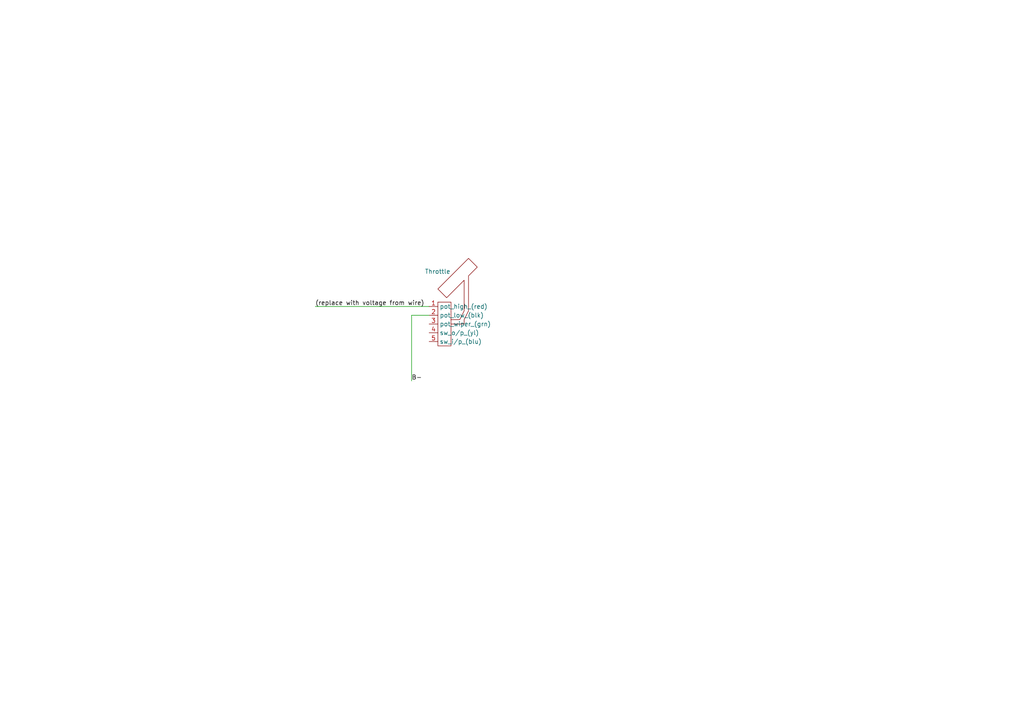
<source format=kicad_sch>
(kicad_sch (version 20211123) (generator eeschema)
  (paper "A4")
  (lib_symbols
    (symbol "CamachosSymbols:Throttle"
      (property "Value" "Throttle" (at -11.43 11.43 0))
      (symbol "Throttle_0_1"
        (rectangle (start -7.62 2.54) (end -3.81 -10.16))
        (polyline (pts (xy -3.81 -2.54) (xy -1.27 -2.54) (xy 0 0) (xy 0 6.35) (xy 0 8.89) (xy -5.08 3.81) (xy -7.62 6.35) (xy 1.27 15.24) (xy 3.81 12.7) (xy 1.27 10.16) (xy 1.27 0) (xy 0 -2.54) (xy 0 -3.81) (xy -3.81 -3.81)))
      )
      (symbol "Throttle_1_1"
        (pin passive line (at -10.16 1.27 0) (length 2.54) (name "pot_high_(red)") (number "1"))
        (pin passive line (at -10.16 -1.27 0) (length 2.54) (name "pot_low_(blk)") (number "2"))
        (pin passive line (at -10.16 -3.81 0) (length 2.54) (name "pot_wiper_(grn)") (number "3"))
        (pin passive line (at -10.16 -6.35 0) (length 2.54) (name "sw_o/p_(yl)") (number "4"))
        (pin passive line (at -10.16 -8.89 0) (length 2.54) (name "sw_i/p_(blu)") (number "5"))
      )
    )
  )
  (wire (pts (xy 91.44 88.9) (xy 124.46 88.9)))
  (wire (pts (xy 119.38 91.44) (xy 119.38 110.49)))
  (wire (pts (xy 124.46 91.44) (xy 119.38 91.44)))
  (label "B-" (at 119.38 110.49 0))
  (label "(replace with voltage from wire)" (at 91.44 88.9 0))
  (symbol (lib_id "CamachosSymbols:Throttle") (at 134.62 90.17 0) (unit 1)
    (property "Reference" "U?" (effects hide))
    (property "Value" "Throttle" (at 123.19 78.74 0) (effects (justify left)))
  )
)
</source>
